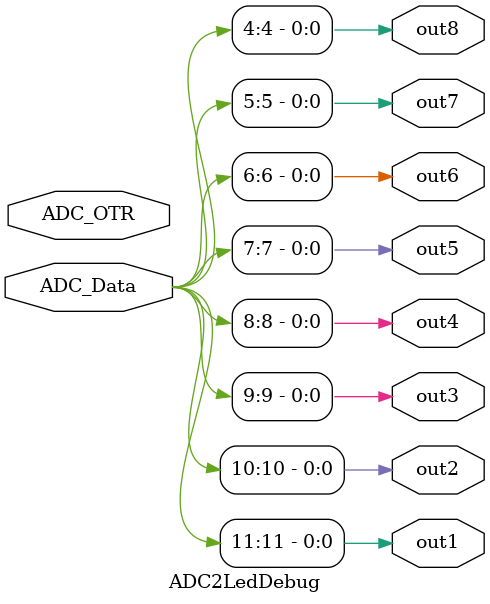
<source format=v>
module ADC2LedDebug(

    input signed [11:0] ADC_Data,
	 input ADC_OTR,

    output out1,
	 output out2,
	 output out3,
	 output out4,
	 output out5,
	 output out6,
	 output out7,
	 output out8
         
);
assign out1 = ADC_Data [11];
assign out2 = ADC_Data [10];
assign out3 = ADC_Data [9];
assign out4 = ADC_Data [8];
assign out5 = ADC_Data [7];
assign out6 = ADC_Data [6];
assign out7 = ADC_Data [5];
assign out8 = ADC_Data [4];

endmodule
</source>
